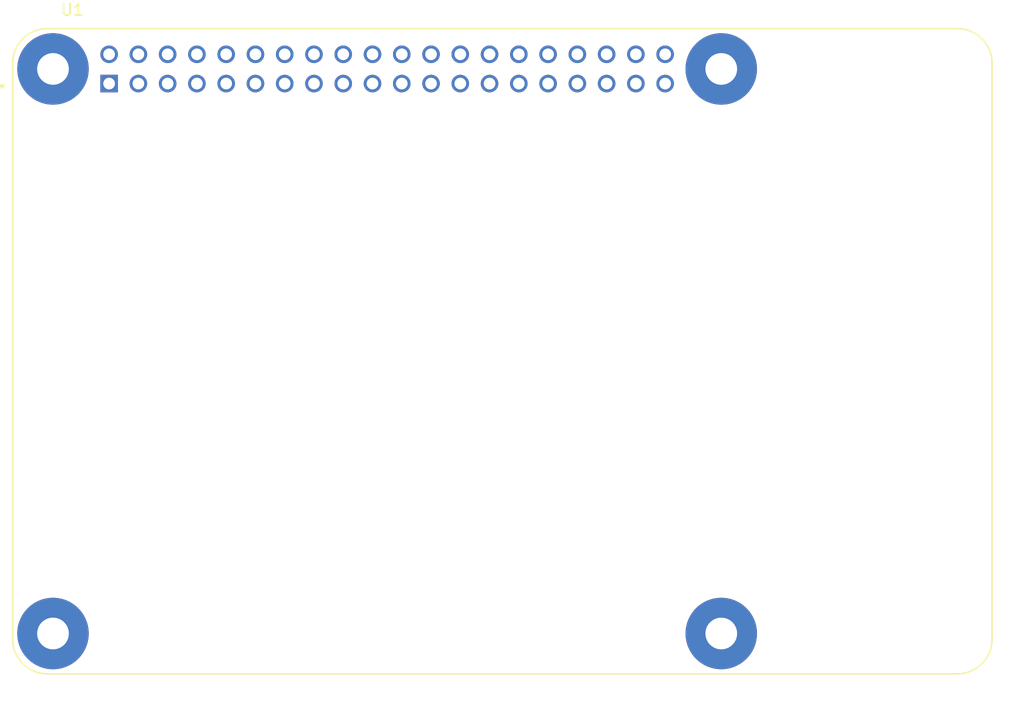
<source format=kicad_pcb>
(kicad_pcb (version 20211014) (generator pcbnew)
  (layers (0 "F.Cu" signal) (31 "B.Cu" signal) (34 "B.Paste" user) (35 "F.Paste" user) (36 "B.SilkS" user "B.Silkscreen") (37 "F.SilkS" user "F.Silkscreen") (38 "B.Mask" user) (39 "F.Mask" user) (44 "Edge.Cuts" user))
  (net 0 "")
  (net 1 "Net-(U1-PadS1)")
  (net 2 "Net-(U1-Pad1)")
  (net 6 "Net-(U1-Pad14)")
  (net 8 "Net-(U1-Pad2)")
  (footprint "footprints:MODULE_RASPBERRYPI4_4GB" (layer "F.Cu") (at 101.6 88.9)
    (fp_text reference "U1" (at -37.325 -29.635) (layer "F.SilkS"))
    (fp_text value "RASPBERRYPI4_4GB")
    (fp_line (start -39.5 28) (end 39.5 28) (layer "F.SilkS") (width 0.127))
    (fp_line (start -42.5 -25) (end -42.5 25) (layer "F.SilkS") (width 0.127))
    (fp_line (start 42.5 25) (end 42.5 -25) (layer "F.SilkS") (width 0.127))
    (fp_line (start 39.5 -28) (end -39.5 -28) (layer "F.SilkS") (width 0.127))
    (fp_arc (start 42.5 25) (mid 41.62132 27.12132) (end 39.5 28) (layer "F.SilkS") (width 0.127))
    (fp_arc (start 39.5 -28) (mid 41.62132 -27.12132) (end 42.5 -25) (layer "F.SilkS") (width 0.127))
    (fp_arc (start -42.5 -25) (mid -41.62132 -27.12132) (end -39.5 -28) (layer "F.SilkS") (width 0.127))
    (fp_arc (start -39.5 28) (mid -41.62132 27.12132) (end -42.5 25) (layer "F.SilkS") (width 0.127))
    (fp_circle (center -43.4 -23) (end -43.3 -23) (layer "F.SilkS") (width 0.2) (fill none))
    (pad "1" thru_hole rect locked (at -34.13 -23.23) (size 1.524 1.524) (drill 1.016) (layers *.Cu *.Mask) (net 2 "Net-(U1-Pad1)"))
    (pad "2" thru_hole circle locked (at -34.13 -25.77) (size 1.524 1.524) (drill 1.016) (layers *.Cu *.Mask) (net 8 "Net-(U1-Pad2)"))
    (pad "3" thru_hole circle locked (at -31.59 -23.23) (size 1.524 1.524) (drill 1.016) (layers *.Cu *.Mask))
    (pad "4" thru_hole circle locked (at -31.59 -25.77) (size 1.524 1.524) (drill 1.016) (layers *.Cu *.Mask) (net 8 "Net-(U1-Pad2)"))
    (pad "5" thru_hole circle locked (at -29.05 -23.23) (size 1.524 1.524) (drill 1.016) (layers *.Cu *.Mask))
    (pad "6" thru_hole circle locked (at -29.05 -25.77) (size 1.524 1.524) (drill 1.016) (layers *.Cu *.Mask) (net 6 "Net-(U1-Pad14)"))
    (pad "7" thru_hole circle locked (at -26.51 -23.23) (size 1.524 1.524) (drill 1.016) (layers *.Cu *.Mask))
    (pad "8" thru_hole circle locked (at -26.51 -25.77) (size 1.524 1.524) (drill 1.016) (layers *.Cu *.Mask))
    (pad "9" thru_hole circle locked (at -23.97 -23.23) (size 1.524 1.524) (drill 1.016) (layers *.Cu *.Mask) (net 6 "Net-(U1-Pad14)"))
    (pad "10" thru_hole circle locked (at -23.97 -25.77) (size 1.524 1.524) (drill 1.016) (layers *.Cu *.Mask))
    (pad "11" thru_hole circle locked (at -21.43 -23.23) (size 1.524 1.524) (drill 1.016) (layers *.Cu *.Mask))
    (pad "12" thru_hole circle locked (at -21.43 -25.77) (size 1.524 1.524) (drill 1.016) (layers *.Cu *.Mask))
    (pad "13" thru_hole circle locked (at -18.89 -23.23) (size 1.524 1.524) (drill 1.016) (layers *.Cu *.Mask))
    (pad "14" thru_hole circle locked (at -18.89 -25.77) (size 1.524 1.524) (drill 1.016) (layers *.Cu *.Mask) (net 6 "Net-(U1-Pad14)"))
    (pad "15" thru_hole circle locked (at -16.35 -23.23) (size 1.524 1.524) (drill 1.016) (layers *.Cu *.Mask))
    (pad "16" thru_hole circle locked (at -16.35 -25.77) (size 1.524 1.524) (drill 1.016) (layers *.Cu *.Mask))
    (pad "17" thru_hole circle locked (at -13.81 -23.23) (size 1.524 1.524) (drill 1.016) (layers *.Cu *.Mask) (net 2 "Net-(U1-Pad1)"))
    (pad "18" thru_hole circle locked (at -13.81 -25.77) (size 1.524 1.524) (drill 1.016) (layers *.Cu *.Mask))
    (pad "19" thru_hole circle locked (at -11.27 -23.23) (size 1.524 1.524) (drill 1.016) (layers *.Cu *.Mask))
    (pad "20" thru_hole circle locked (at -11.27 -25.77) (size 1.524 1.524) (drill 1.016) (layers *.Cu *.Mask) (net 6 "Net-(U1-Pad14)"))
    (pad "21" thru_hole circle locked (at -8.73 -23.23) (size 1.524 1.524) (drill 1.016) (layers *.Cu *.Mask))
    (pad "22" thru_hole circle locked (at -8.73 -25.77) (size 1.524 1.524) (drill 1.016) (layers *.Cu *.Mask))
    (pad "23" thru_hole circle locked (at -6.19 -23.23) (size 1.524 1.524) (drill 1.016) (layers *.Cu *.Mask))
    (pad "24" thru_hole circle locked (at -6.19 -25.77) (size 1.524 1.524) (drill 1.016) (layers *.Cu *.Mask))
    (pad "25" thru_hole circle locked (at -3.65 -23.23) (size 1.524 1.524) (drill 1.016) (layers *.Cu *.Mask) (net 6 "Net-(U1-Pad14)"))
    (pad "26" thru_hole circle locked (at -3.65 -25.77) (size 1.524 1.524) (drill 1.016) (layers *.Cu *.Mask))
    (pad "27" thru_hole circle locked (at -1.11 -23.23) (size 1.524 1.524) (drill 1.016) (layers *.Cu *.Mask))
    (pad "28" thru_hole circle locked (at -1.11 -25.77) (size 1.524 1.524) (drill 1.016) (layers *.Cu *.Mask))
    (pad "29" thru_hole circle locked (at 1.43 -23.23) (size 1.524 1.524) (drill 1.016) (layers *.Cu *.Mask))
    (pad "30" thru_hole circle locked (at 1.43 -25.77) (size 1.524 1.524) (drill 1.016) (layers *.Cu *.Mask) (net 6 "Net-(U1-Pad14)"))
    (pad "31" thru_hole circle locked (at 3.97 -23.23) (size 1.524 1.524) (drill 1.016) (layers *.Cu *.Mask))
    (pad "32" thru_hole circle locked (at 3.97 -25.77) (size 1.524 1.524) (drill 1.016) (layers *.Cu *.Mask))
    (pad "33" thru_hole circle locked (at 6.51 -23.23) (size 1.524 1.524) (drill 1.016) (layers *.Cu *.Mask))
    (pad "34" thru_hole circle locked (at 6.51 -25.77) (size 1.524 1.524) (drill 1.016) (layers *.Cu *.Mask) (net 6 "Net-(U1-Pad14)"))
    (pad "35" thru_hole circle locked (at 9.05 -23.23) (size 1.524 1.524) (drill 1.016) (layers *.Cu *.Mask))
    (pad "36" thru_hole circle locked (at 9.05 -25.77) (size 1.524 1.524) (drill 1.016) (layers *.Cu *.Mask))
    (pad "37" thru_hole circle locked (at 11.59 -23.23) (size 1.524 1.524) (drill 1.016) (layers *.Cu *.Mask))
    (pad "38" thru_hole circle locked (at 11.59 -25.77) (size 1.524 1.524) (drill 1.016) (layers *.Cu *.Mask))
    (pad "39" thru_hole circle locked (at 14.13 -23.23) (size 1.524 1.524) (drill 1.016) (layers *.Cu *.Mask) (net 6 "Net-(U1-Pad14)"))
    (pad "40" thru_hole circle locked (at 14.13 -25.77) (size 1.524 1.524) (drill 1.016) (layers *.Cu *.Mask))
    (pad "S1" thru_hole circle locked (at -39 -24.5) (size 6.2 6.2) (drill 2.75) (layers *.Cu *.Mask) (net 1 "Net-(U1-PadS1)"))
    (pad "S2" thru_hole circle locked (at 19 -24.5) (size 6.2 6.2) (drill 2.75) (layers *.Cu *.Mask) (net 1 "Net-(U1-PadS1)"))
    (pad "S3" thru_hole circle locked (at 19 24.5) (size 6.2 6.2) (drill 2.75) (layers *.Cu *.Mask) (net 1 "Net-(U1-PadS1)"))
    (pad "S4" thru_hole circle locked (at -39 24.5) (size 6.2 6.2) (drill 2.75) (layers *.Cu *.Mask) (net 1 "Net-(U1-PadS1)"))
  )
)
</source>
